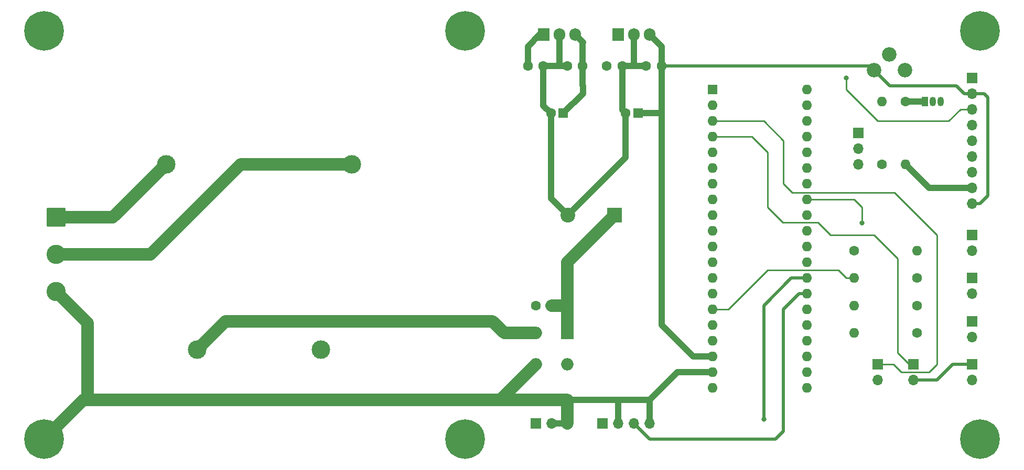
<source format=gbr>
%TF.GenerationSoftware,KiCad,Pcbnew,(6.0.2)*%
%TF.CreationDate,2022-03-15T19:59:36+01:00*%
%TF.ProjectId,GPSDO,47505344-4f2e-46b6-9963-61645f706362,rev?*%
%TF.SameCoordinates,Original*%
%TF.FileFunction,Copper,L2,Bot*%
%TF.FilePolarity,Positive*%
%FSLAX46Y46*%
G04 Gerber Fmt 4.6, Leading zero omitted, Abs format (unit mm)*
G04 Created by KiCad (PCBNEW (6.0.2)) date 2022-03-15 19:59:36*
%MOMM*%
%LPD*%
G01*
G04 APERTURE LIST*
G04 Aperture macros list*
%AMRoundRect*
0 Rectangle with rounded corners*
0 $1 Rounding radius*
0 $2 $3 $4 $5 $6 $7 $8 $9 X,Y pos of 4 corners*
0 Add a 4 corners polygon primitive as box body*
4,1,4,$2,$3,$4,$5,$6,$7,$8,$9,$2,$3,0*
0 Add four circle primitives for the rounded corners*
1,1,$1+$1,$2,$3*
1,1,$1+$1,$4,$5*
1,1,$1+$1,$6,$7*
1,1,$1+$1,$8,$9*
0 Add four rect primitives between the rounded corners*
20,1,$1+$1,$2,$3,$4,$5,0*
20,1,$1+$1,$4,$5,$6,$7,0*
20,1,$1+$1,$6,$7,$8,$9,0*
20,1,$1+$1,$8,$9,$2,$3,0*%
G04 Aperture macros list end*
%TA.AperFunction,ComponentPad*%
%ADD10R,1.600000X1.600000*%
%TD*%
%TA.AperFunction,ComponentPad*%
%ADD11O,1.600000X1.600000*%
%TD*%
%TA.AperFunction,ComponentPad*%
%ADD12O,1.700000X1.700000*%
%TD*%
%TA.AperFunction,ComponentPad*%
%ADD13R,1.700000X1.700000*%
%TD*%
%TA.AperFunction,ComponentPad*%
%ADD14C,3.000000*%
%TD*%
%TA.AperFunction,ComponentPad*%
%ADD15C,6.400000*%
%TD*%
%TA.AperFunction,ComponentPad*%
%ADD16O,1.905000X2.000000*%
%TD*%
%TA.AperFunction,ComponentPad*%
%ADD17R,1.905000X2.000000*%
%TD*%
%TA.AperFunction,ComponentPad*%
%ADD18C,1.600000*%
%TD*%
%TA.AperFunction,ComponentPad*%
%ADD19R,2.400000X2.400000*%
%TD*%
%TA.AperFunction,ComponentPad*%
%ADD20C,2.400000*%
%TD*%
%TA.AperFunction,ComponentPad*%
%ADD21O,2.000000X2.000000*%
%TD*%
%TA.AperFunction,ComponentPad*%
%ADD22R,2.000000X2.000000*%
%TD*%
%TA.AperFunction,ComponentPad*%
%ADD23C,0.800000*%
%TD*%
%TA.AperFunction,ComponentPad*%
%ADD24RoundRect,0.249999X-1.300001X1.300001X-1.300001X-1.300001X1.300001X-1.300001X1.300001X1.300001X0*%
%TD*%
%TA.AperFunction,ComponentPad*%
%ADD25C,3.100000*%
%TD*%
%TA.AperFunction,ComponentPad*%
%ADD26O,1.050000X1.500000*%
%TD*%
%TA.AperFunction,ComponentPad*%
%ADD27R,1.050000X1.500000*%
%TD*%
%TA.AperFunction,ComponentPad*%
%ADD28C,2.340000*%
%TD*%
%TA.AperFunction,ViaPad*%
%ADD29C,0.800000*%
%TD*%
%TA.AperFunction,Conductor*%
%ADD30C,0.250000*%
%TD*%
%TA.AperFunction,Conductor*%
%ADD31C,0.500000*%
%TD*%
%TA.AperFunction,Conductor*%
%ADD32C,1.000000*%
%TD*%
%TA.AperFunction,Conductor*%
%ADD33C,2.000000*%
%TD*%
G04 APERTURE END LIST*
D10*
%TO.P,BP1,1*%
%TO.N,Net-(BP1-Pad1)*%
X150495000Y-45720000D03*
D11*
%TO.P,BP1,21*%
%TO.N,Net-(BP1-Pad21)*%
X165735000Y-93980000D03*
%TO.P,BP1,2*%
%TO.N,Net-(BP1-Pad2)*%
X150495000Y-48260000D03*
%TO.P,BP1,22*%
%TO.N,Net-(BP1-Pad22)*%
X165735000Y-91440000D03*
%TO.P,BP1,3*%
%TO.N,Net-(BP1-Pad3)*%
X150495000Y-50800000D03*
%TO.P,BP1,23*%
%TO.N,Net-(BP1-Pad23)*%
X165735000Y-88900000D03*
%TO.P,BP1,4*%
%TO.N,Net-(BP1-Pad4)*%
X150495000Y-53340000D03*
%TO.P,BP1,24*%
%TO.N,Net-(BP1-Pad24)*%
X165735000Y-86360000D03*
%TO.P,BP1,5*%
%TO.N,Net-(BP1-Pad5)*%
X150495000Y-55880000D03*
%TO.P,BP1,25*%
%TO.N,Net-(BP1-Pad25)*%
X165735000Y-83820000D03*
%TO.P,BP1,6*%
%TO.N,Net-(BP1-Pad6)*%
X150495000Y-58420000D03*
%TO.P,BP1,26*%
%TO.N,Net-(BP1-Pad26)*%
X165735000Y-81280000D03*
%TO.P,BP1,7*%
%TO.N,Net-(BP1-Pad7)*%
X150495000Y-60960000D03*
%TO.P,BP1,27*%
%TO.N,Net-(BP1-Pad27)*%
X165735000Y-78740000D03*
%TO.P,BP1,8*%
%TO.N,Net-(BP1-Pad8)*%
X150495000Y-63500000D03*
%TO.P,BP1,28*%
%TO.N,Net-(BP1-Pad28)*%
X165735000Y-76200000D03*
%TO.P,BP1,9*%
%TO.N,Net-(BP1-Pad9)*%
X150495000Y-66040000D03*
%TO.P,BP1,29*%
%TO.N,Net-(BP1-Pad29)*%
X165735000Y-73660000D03*
%TO.P,BP1,10*%
%TO.N,Net-(BP1-Pad10)*%
X150495000Y-68580000D03*
%TO.P,BP1,30*%
%TO.N,Net-(BP1-Pad30)*%
X165735000Y-71120000D03*
%TO.P,BP1,11*%
%TO.N,Net-(BP1-Pad11)*%
X150495000Y-71120000D03*
%TO.P,BP1,31*%
%TO.N,Net-(BP1-Pad31)*%
X165735000Y-68580000D03*
%TO.P,BP1,12*%
%TO.N,Net-(BP1-Pad12)*%
X150495000Y-73660000D03*
%TO.P,BP1,32*%
%TO.N,Net-(BP1-Pad32)*%
X165735000Y-66040000D03*
%TO.P,BP1,13*%
%TO.N,Net-(BP1-Pad13)*%
X150495000Y-76200000D03*
%TO.P,BP1,33*%
%TO.N,Net-(BP1-Pad33)*%
X165735000Y-63500000D03*
%TO.P,BP1,14*%
%TO.N,Net-(BP1-Pad14)*%
X150495000Y-78740000D03*
%TO.P,BP1,34*%
%TO.N,Net-(BP1-Pad34)*%
X165735000Y-60960000D03*
%TO.P,BP1,15*%
%TO.N,Net-(BP1-Pad15)*%
X150495000Y-81280000D03*
%TO.P,BP1,35*%
%TO.N,Net-(BP1-Pad35)*%
X165735000Y-58420000D03*
%TO.P,BP1,16*%
%TO.N,Net-(BP1-Pad16)*%
X150495000Y-83820000D03*
%TO.P,BP1,36*%
%TO.N,Net-(BP1-Pad36)*%
X165735000Y-55880000D03*
%TO.P,BP1,17*%
%TO.N,Net-(BP1-Pad17)*%
X150495000Y-86360000D03*
%TO.P,BP1,37*%
%TO.N,Net-(BP1-Pad37)*%
X165735000Y-53340000D03*
%TO.P,BP1,18*%
%TO.N,+5V*%
X150495000Y-88900000D03*
%TO.P,BP1,38*%
%TO.N,Net-(BP1-Pad38)*%
X165735000Y-50800000D03*
%TO.P,BP1,19*%
%TO.N,GND*%
X150495000Y-91440000D03*
%TO.P,BP1,39*%
X165735000Y-48260000D03*
%TO.P,BP1,20*%
%TO.N,Net-(BP1-Pad20)*%
X150495000Y-93980000D03*
%TO.P,BP1,40*%
%TO.N,GND*%
X165735000Y-45720000D03*
%TD*%
D12*
%TO.P,J4,3*%
%TO.N,GND*%
X127000000Y-99695000D03*
%TO.P,J4,2*%
X124460000Y-99695000D03*
D13*
%TO.P,J4,1*%
%TO.N,+10V*%
X121920000Y-99695000D03*
%TD*%
D14*
%TO.P,T1,3*%
%TO.N,Net-(D5-Pad2)*%
X67230000Y-87785000D03*
%TO.P,T1,4*%
%TO.N,Net-(D5-Pad4)*%
X87230000Y-87785000D03*
%TO.P,T1,2*%
%TO.N,Net-(J2-Pad2)*%
X92230000Y-57785000D03*
%TO.P,T1,1*%
%TO.N,Net-(J2-Pad1)*%
X62230000Y-57785000D03*
%TD*%
D15*
%TO.P,H6,1*%
%TO.N,N/C*%
X110490000Y-36195000D03*
%TD*%
%TO.P,H5,1*%
%TO.N,N/C*%
X193675000Y-102235000D03*
%TD*%
%TO.P,H3,1*%
%TO.N,N/C*%
X193675000Y-36195000D03*
%TD*%
%TO.P,H2,1*%
%TO.N,N/C*%
X42545000Y-36195000D03*
%TD*%
%TO.P,H1,1*%
%TO.N,N/C*%
X110490000Y-102235000D03*
%TD*%
D16*
%TO.P,U1,3*%
%TO.N,+5V*%
X140335000Y-36830000D03*
%TO.P,U1,2*%
%TO.N,GND*%
X137795000Y-36830000D03*
D17*
%TO.P,U1,1*%
%TO.N,Net-(C1-Pad1)*%
X135255000Y-36830000D03*
%TD*%
D12*
%TO.P,D4,2*%
%TO.N,Net-(D4-Pad2)*%
X192405000Y-92710000D03*
D13*
%TO.P,D4,1*%
%TO.N,GND*%
X192405000Y-90170000D03*
%TD*%
D12*
%TO.P,D3,2*%
%TO.N,Net-(D3-Pad2)*%
X192405000Y-78740000D03*
D13*
%TO.P,D3,1*%
%TO.N,GND*%
X192405000Y-76200000D03*
%TD*%
D12*
%TO.P,D2,2*%
%TO.N,Net-(D2-Pad2)*%
X192405000Y-71755000D03*
D13*
%TO.P,D2,1*%
%TO.N,GND*%
X192405000Y-69215000D03*
%TD*%
D12*
%TO.P,D1,2*%
%TO.N,Net-(D1-Pad2)*%
X192405000Y-85725000D03*
D13*
%TO.P,D1,1*%
%TO.N,GND*%
X192405000Y-83185000D03*
%TD*%
D18*
%TO.P,C1,1*%
%TO.N,Net-(C1-Pad1)*%
X124460000Y-80645000D03*
%TO.P,C1,2*%
%TO.N,GND*%
X121960000Y-80645000D03*
%TD*%
D19*
%TO.P,C2,1*%
%TO.N,Net-(C1-Pad1)*%
X134620000Y-66040000D03*
D20*
%TO.P,C2,2*%
%TO.N,GND*%
X127120000Y-66040000D03*
%TD*%
D18*
%TO.P,C3,1*%
%TO.N,Net-(C1-Pad1)*%
X133390000Y-41910000D03*
%TO.P,C3,2*%
%TO.N,GND*%
X135890000Y-41910000D03*
%TD*%
%TO.P,C4,2*%
%TO.N,GND*%
X123150000Y-41910000D03*
%TO.P,C4,1*%
%TO.N,Net-(C1-Pad1)*%
X120650000Y-41910000D03*
%TD*%
%TO.P,C5,1*%
%TO.N,+5V*%
X142240000Y-41910000D03*
%TO.P,C5,2*%
%TO.N,GND*%
X139740000Y-41910000D03*
%TD*%
%TO.P,C6,2*%
%TO.N,GND*%
X127000000Y-41910000D03*
%TO.P,C6,1*%
%TO.N,+10V*%
X129500000Y-41910000D03*
%TD*%
%TO.P,C7,2*%
%TO.N,GND*%
X136430000Y-49530000D03*
D10*
%TO.P,C7,1*%
%TO.N,+5V*%
X138430000Y-49530000D03*
%TD*%
%TO.P,C8,1*%
%TO.N,+10V*%
X126365000Y-49530000D03*
D18*
%TO.P,C8,2*%
%TO.N,GND*%
X124365000Y-49530000D03*
%TD*%
D21*
%TO.P,D5,4*%
%TO.N,Net-(D5-Pad4)*%
X127000000Y-90170000D03*
%TO.P,D5,2*%
%TO.N,Net-(D5-Pad2)*%
X121920000Y-85090000D03*
%TO.P,D5,3*%
%TO.N,GND*%
X121920000Y-90170000D03*
D22*
%TO.P,D5,1*%
%TO.N,Net-(C1-Pad1)*%
X127000000Y-85090000D03*
%TD*%
D23*
%TO.P,H4,1*%
%TO.N,GND*%
X44242056Y-100537944D03*
X42545000Y-99835000D03*
X40847944Y-100537944D03*
X40145000Y-102235000D03*
X40847944Y-103932056D03*
X42545000Y-104635000D03*
X44242056Y-103932056D03*
X44945000Y-102235000D03*
D15*
X42545000Y-102235000D03*
%TD*%
D13*
%TO.P,J1,1*%
%TO.N,Net-(BP1-Pad36)*%
X173990000Y-52705000D03*
D12*
%TO.P,J1,2*%
%TO.N,Net-(BP1-Pad35)*%
X173990000Y-55245000D03*
%TO.P,J1,3*%
%TO.N,GND*%
X173990000Y-57785000D03*
%TD*%
D24*
%TO.P,J2,1*%
%TO.N,Net-(J2-Pad1)*%
X44450000Y-66390000D03*
D25*
%TO.P,J2,2*%
%TO.N,Net-(J2-Pad2)*%
X44450000Y-72390000D03*
%TO.P,J2,3*%
%TO.N,GND*%
X44450000Y-78390000D03*
%TD*%
D13*
%TO.P,J3,1*%
%TO.N,Net-(BP1-Pad28)*%
X132715000Y-99695000D03*
D12*
%TO.P,J3,2*%
%TO.N,GND*%
X135255000Y-99695000D03*
%TO.P,J3,3*%
%TO.N,Net-(BP1-Pad27)*%
X137795000Y-99695000D03*
%TO.P,J3,4*%
%TO.N,GND*%
X140335000Y-99695000D03*
%TD*%
D13*
%TO.P,J5,1*%
%TO.N,GND*%
X192405000Y-43815000D03*
D12*
%TO.P,J5,2*%
%TO.N,+5V*%
X192405000Y-46355000D03*
%TO.P,J5,3*%
%TO.N,Net-(J5-Pad3)*%
X192405000Y-48895000D03*
%TO.P,J5,4*%
%TO.N,Net-(BP1-Pad32)*%
X192405000Y-51435000D03*
%TO.P,J5,5*%
%TO.N,Net-(BP1-Pad30)*%
X192405000Y-53975000D03*
%TO.P,J5,6*%
%TO.N,Net-(BP1-Pad29)*%
X192405000Y-56515000D03*
%TO.P,J5,7*%
%TO.N,Net-(BP1-Pad33)*%
X192405000Y-59055000D03*
%TO.P,J5,8*%
%TO.N,Net-(J5-Pad8)*%
X192405000Y-61595000D03*
%TO.P,J5,9*%
%TO.N,+5V*%
X192405000Y-64135000D03*
%TD*%
D26*
%TO.P,Q1,2*%
%TO.N,Net-(Q1-Pad2)*%
X186055000Y-47625000D03*
%TO.P,Q1,3*%
%TO.N,GND*%
X187325000Y-47625000D03*
D27*
%TO.P,Q1,1*%
%TO.N,Net-(Q1-Pad1)*%
X184785000Y-47625000D03*
%TD*%
D11*
%TO.P,R1,2*%
%TO.N,Net-(BP1-Pad13)*%
X173355000Y-80645000D03*
D18*
%TO.P,R1,1*%
%TO.N,Net-(D1-Pad2)*%
X183515000Y-80645000D03*
%TD*%
%TO.P,R2,1*%
%TO.N,Net-(BP1-Pad14)*%
X173355000Y-71755000D03*
D11*
%TO.P,R2,2*%
%TO.N,Net-(D2-Pad2)*%
X183515000Y-71755000D03*
%TD*%
%TO.P,R3,2*%
%TO.N,Net-(BP1-Pad15)*%
X173355000Y-76200000D03*
D18*
%TO.P,R3,1*%
%TO.N,Net-(D3-Pad2)*%
X183515000Y-76200000D03*
%TD*%
D11*
%TO.P,R4,2*%
%TO.N,Net-(Q1-Pad2)*%
X177800000Y-47625000D03*
D18*
%TO.P,R4,1*%
%TO.N,Net-(BP1-Pad16)*%
X177800000Y-57785000D03*
%TD*%
%TO.P,R5,1*%
%TO.N,Net-(Q1-Pad1)*%
X181610000Y-47625000D03*
D11*
%TO.P,R5,2*%
%TO.N,Net-(J5-Pad8)*%
X181610000Y-57785000D03*
%TD*%
D18*
%TO.P,R6,1*%
%TO.N,Net-(D4-Pad2)*%
X183515000Y-85090000D03*
D11*
%TO.P,R6,2*%
%TO.N,+5V*%
X173355000Y-85090000D03*
%TD*%
D28*
%TO.P,RV1,3*%
%TO.N,GND*%
X181530000Y-42545000D03*
%TO.P,RV1,2*%
%TO.N,Net-(J5-Pad3)*%
X179030000Y-40045000D03*
%TO.P,RV1,1*%
%TO.N,+5V*%
X176530000Y-42545000D03*
%TD*%
D12*
%TO.P,SW1,2*%
%TO.N,GND*%
X177165000Y-92710000D03*
D13*
%TO.P,SW1,1*%
%TO.N,Net-(BP1-Pad3)*%
X177165000Y-90170000D03*
%TD*%
%TO.P,SW2,1*%
%TO.N,Net-(BP1-Pad4)*%
X182880000Y-90170000D03*
D12*
%TO.P,SW2,2*%
%TO.N,GND*%
X182880000Y-92710000D03*
%TD*%
D17*
%TO.P,U2,1*%
%TO.N,Net-(C1-Pad1)*%
X123190000Y-36830000D03*
D16*
%TO.P,U2,2*%
%TO.N,GND*%
X125730000Y-36830000D03*
%TO.P,U2,3*%
%TO.N,+10V*%
X128270000Y-36830000D03*
%TD*%
D29*
%TO.N,Net-(BP1-Pad28)*%
X158750000Y-99060000D03*
%TO.N,Net-(BP1-Pad33)*%
X174625000Y-67310000D03*
%TO.N,Net-(J5-Pad3)*%
X172085000Y-43815000D03*
%TD*%
D30*
%TO.N,Net-(BP1-Pad3)*%
X161925000Y-60960000D02*
X161925000Y-53975000D01*
X163339999Y-62374999D02*
X161925000Y-60960000D01*
X186690000Y-69215000D02*
X179849999Y-62374999D01*
X158750000Y-50800000D02*
X150495000Y-50800000D01*
X186690000Y-90170000D02*
X186690000Y-69215000D01*
X185420000Y-91440000D02*
X186690000Y-90170000D01*
X179705000Y-90170000D02*
X180975000Y-91440000D01*
X161925000Y-53975000D02*
X158750000Y-50800000D01*
X179849999Y-62374999D02*
X163339999Y-62374999D01*
X180975000Y-91440000D02*
X185420000Y-91440000D01*
X177165000Y-90170000D02*
X179705000Y-90170000D01*
%TO.N,Net-(BP1-Pad4)*%
X182880000Y-90170000D02*
X182245000Y-90170000D01*
X182245000Y-90170000D02*
X180340000Y-88265000D01*
X167495001Y-67165001D02*
X161780001Y-67165001D01*
X169545000Y-69215000D02*
X167495001Y-67165001D01*
X161780001Y-67165001D02*
X159385000Y-64770000D01*
X159385000Y-64770000D02*
X159385000Y-55880000D01*
X156845000Y-53340000D02*
X150495000Y-53340000D01*
X159385000Y-55880000D02*
X156845000Y-53340000D01*
X180340000Y-73025000D02*
X176530000Y-69215000D01*
X176530000Y-69215000D02*
X169545000Y-69215000D01*
X180340000Y-88265000D02*
X180340000Y-73025000D01*
D31*
%TO.N,Net-(BP1-Pad27)*%
X165735000Y-78740000D02*
X164465000Y-78740000D01*
X164465000Y-78740000D02*
X161925000Y-81280000D01*
X161925000Y-81280000D02*
X161925000Y-100965000D01*
X161925000Y-100965000D02*
X160655000Y-102235000D01*
X140335000Y-102235000D02*
X137795000Y-99695000D01*
X160655000Y-102235000D02*
X140335000Y-102235000D01*
%TO.N,Net-(BP1-Pad28)*%
X165735000Y-76200000D02*
X163195000Y-76200000D01*
X158750000Y-80645000D02*
X158750000Y-99060000D01*
X163195000Y-76200000D02*
X158750000Y-80645000D01*
D30*
%TO.N,Net-(BP1-Pad33)*%
X174625000Y-67310000D02*
X174625000Y-64770000D01*
X174625000Y-64770000D02*
X173355000Y-63500000D01*
X173355000Y-63500000D02*
X165735000Y-63500000D01*
%TO.N,Net-(BP1-Pad15)*%
X173355000Y-76200000D02*
X172085000Y-76200000D01*
X172085000Y-76200000D02*
X170815000Y-74930000D01*
X170815000Y-74930000D02*
X159385000Y-74930000D01*
X153035000Y-81280000D02*
X150495000Y-81280000D01*
X159385000Y-74930000D02*
X153035000Y-81280000D01*
D32*
%TO.N,+5V*%
X140335000Y-36830000D02*
X142240000Y-38735000D01*
X142240000Y-38735000D02*
X142240000Y-41910000D01*
D31*
X175895000Y-41910000D02*
X176530000Y-42545000D01*
X142240000Y-41910000D02*
X175895000Y-41910000D01*
D32*
X150495000Y-88900000D02*
X147320000Y-88900000D01*
X147320000Y-88900000D02*
X142240000Y-83820000D01*
X142240000Y-43815000D02*
X142240000Y-41910000D01*
X138430000Y-49530000D02*
X142240000Y-49530000D01*
X142240000Y-49530000D02*
X142240000Y-43815000D01*
X142240000Y-83820000D02*
X142240000Y-49530000D01*
D31*
X176530000Y-42545000D02*
X179070000Y-45085000D01*
X179070000Y-45085000D02*
X189865000Y-45085000D01*
X191135000Y-46355000D02*
X192405000Y-46355000D01*
X189865000Y-45085000D02*
X191135000Y-46355000D01*
X192405000Y-64135000D02*
X193675000Y-64135000D01*
X193675000Y-64135000D02*
X194945000Y-62865000D01*
X194945000Y-62865000D02*
X194945000Y-46990000D01*
X194310000Y-46355000D02*
X192405000Y-46355000D01*
X194945000Y-46990000D02*
X194310000Y-46355000D01*
D33*
%TO.N,GND*%
X121920000Y-90170000D02*
X116205000Y-95885000D01*
X48895000Y-95885000D02*
X42545000Y-102235000D01*
X44450000Y-78390000D02*
X49530000Y-83470000D01*
X49530000Y-83470000D02*
X49530000Y-95885000D01*
X49530000Y-95885000D02*
X48895000Y-95885000D01*
X116205000Y-95885000D02*
X49530000Y-95885000D01*
D32*
X125730000Y-36830000D02*
X125730000Y-41910000D01*
X125730000Y-41910000D02*
X127000000Y-41910000D01*
X123150000Y-41910000D02*
X125730000Y-41910000D01*
X137795000Y-36830000D02*
X137795000Y-41910000D01*
X135890000Y-41910000D02*
X137795000Y-41910000D01*
X139740000Y-41910000D02*
X137795000Y-41910000D01*
X135890000Y-48990000D02*
X136430000Y-49530000D01*
X135890000Y-41910000D02*
X135890000Y-48990000D01*
X123150000Y-48315000D02*
X124365000Y-49530000D01*
X123150000Y-41910000D02*
X123150000Y-48315000D01*
X124365000Y-63285000D02*
X127120000Y-66040000D01*
X124365000Y-49530000D02*
X124365000Y-63285000D01*
X136430000Y-56730000D02*
X127120000Y-66040000D01*
X136430000Y-49530000D02*
X136430000Y-56730000D01*
X124460000Y-99695000D02*
X127000000Y-99695000D01*
X150495000Y-91440000D02*
X144780000Y-91440000D01*
X140335000Y-95885000D02*
X140335000Y-99695000D01*
X144780000Y-91440000D02*
X140335000Y-95885000D01*
X135255000Y-99695000D02*
X135255000Y-95885000D01*
X135255000Y-95885000D02*
X140335000Y-95885000D01*
D33*
X127000000Y-99695000D02*
X127000000Y-95885000D01*
D32*
X127000000Y-95885000D02*
X135255000Y-95885000D01*
D33*
X116205000Y-95885000D02*
X127000000Y-95885000D01*
D31*
X182880000Y-92710000D02*
X186690000Y-92710000D01*
X189230000Y-90170000D02*
X192405000Y-90170000D01*
X186690000Y-92710000D02*
X189230000Y-90170000D01*
D32*
%TO.N,Net-(C1-Pad1)*%
X123190000Y-36830000D02*
X122555000Y-36830000D01*
X120650000Y-38735000D02*
X120650000Y-41910000D01*
X122555000Y-36830000D02*
X120650000Y-38735000D01*
D33*
X127000000Y-73660000D02*
X134620000Y-66040000D01*
X126365000Y-80645000D02*
X127000000Y-80010000D01*
X124460000Y-80645000D02*
X126365000Y-80645000D01*
X127000000Y-80010000D02*
X127000000Y-73660000D01*
X127000000Y-85090000D02*
X127000000Y-80010000D01*
D32*
%TO.N,+10V*%
X128270000Y-36830000D02*
X129540000Y-38100000D01*
X129500000Y-38140000D02*
X129500000Y-41910000D01*
X129540000Y-38100000D02*
X129500000Y-38140000D01*
X129500000Y-41910000D02*
X129500000Y-45045000D01*
X129500000Y-45045000D02*
X129540000Y-45085000D01*
X129540000Y-46355000D02*
X126365000Y-49530000D01*
X129540000Y-45085000D02*
X129540000Y-46355000D01*
D33*
%TO.N,Net-(D5-Pad2)*%
X67230000Y-87785000D02*
X71830000Y-83185000D01*
X71830000Y-83185000D02*
X114935000Y-83185000D01*
X116840000Y-85090000D02*
X121920000Y-85090000D01*
X114935000Y-83185000D02*
X116840000Y-85090000D01*
%TO.N,Net-(J2-Pad1)*%
X53625000Y-66390000D02*
X62230000Y-57785000D01*
X44450000Y-66390000D02*
X53625000Y-66390000D01*
D30*
%TO.N,Net-(J5-Pad3)*%
X192405000Y-48895000D02*
X190500000Y-48895000D01*
X190500000Y-48895000D02*
X188595000Y-50800000D01*
X188595000Y-50800000D02*
X177165000Y-50800000D01*
X172085000Y-45720000D02*
X172085000Y-43815000D01*
X177165000Y-50800000D02*
X172085000Y-45720000D01*
D32*
%TO.N,Net-(J5-Pad8)*%
X185420000Y-61595000D02*
X181610000Y-57785000D01*
X192405000Y-61595000D02*
X185420000Y-61595000D01*
%TO.N,Net-(Q1-Pad1)*%
X184785000Y-47625000D02*
X181610000Y-47625000D01*
D33*
%TO.N,Net-(J2-Pad2)*%
X44450000Y-72390000D02*
X59690000Y-72390000D01*
X74295000Y-57785000D02*
X92230000Y-57785000D01*
X59690000Y-72390000D02*
X74295000Y-57785000D01*
%TD*%
M02*

</source>
